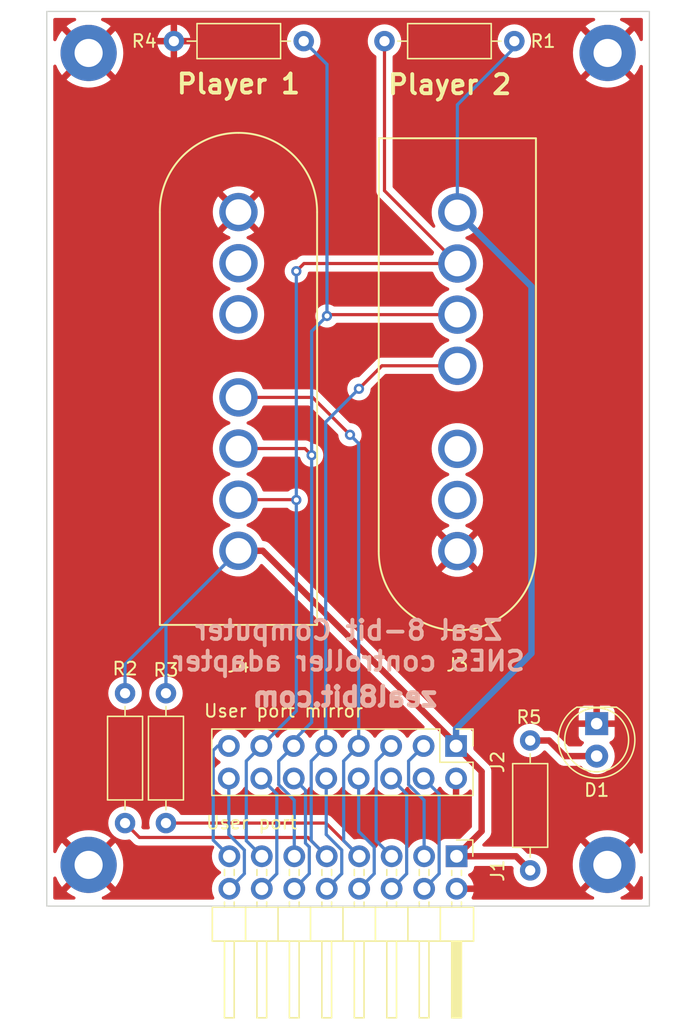
<source format=kicad_pcb>
(kicad_pcb (version 20211014) (generator pcbnew)
  (layers (0 "F.Cu" signal) (31 "B.Cu" signal) (34 "B.Paste" user) (35 "F.Paste" user) (36 "B.SilkS" user "B.Silkscreen") (37 "F.SilkS" user "F.Silkscreen") (38 "B.Mask" user) (39 "F.Mask" user) (44 "Edge.Cuts" user))
  (net 0 "")
  (net 1 "VCC")
  (net 2 "GND")
  (net 3 "/PIN3")
  (net 4 "/PIN4")
  (net 5 "/PIN5")
  (net 6 "/PIN6")
  (net 7 "/DATA_P1")
  (net 8 "/PIN8")
  (net 9 "/DATA_P2")
  (net 10 "/PIN10")
  (net 11 "/LATCH")
  (net 12 "/PIN12")
  (net 13 "/CLOCK")
  (net 14 "/PIN14")
  (net 15 "/PIN15")
  (net 16 "/PIN16")
  (net 21 "Net-(D1-Pad2)")
  (footprint "Resistor_THT:R_Axial_DIN0207_L6.3mm_D2.5mm_P10.16mm_Horizontal" (layer "F.Cu") (at 27.3 77.28 90)
    (fp_text reference "R3" (at 11.98 0 180) (layer "F.SilkS"))
    (fp_text value "10k")
    (fp_line (start 8.35 -1.37) (end 1.81 -1.37) (layer "F.SilkS") (width 0.12))
    (fp_line (start 9.12 0) (end 8.35 0) (layer "F.SilkS") (width 0.12))
    (fp_line (start 1.04 0) (end 1.81 0) (layer "F.SilkS") (width 0.12))
    (fp_line (start 8.35 1.37) (end 8.35 -1.37) (layer "F.SilkS") (width 0.12))
    (fp_line (start 1.81 1.37) (end 8.35 1.37) (layer "F.SilkS") (width 0.12))
    (fp_line (start 1.81 -1.37) (end 1.81 1.37) (layer "F.SilkS") (width 0.12))
    (pad "1" thru_hole circle (at 0 0 90) (size 1.6 1.6) (drill 0.8) (layers *.Cu *.Mask) (net 7 "/DATA_P1"))
    (pad "2" thru_hole oval (at 10.16 0 90) (size 1.6 1.6) (drill 0.8) (layers *.Cu *.Mask) (net 1 "VCC"))
  )
  (footprint "SNES-Library:SNES" (layer "F.Cu") (at 50.1 29.5 -90)
    (fp_text reference "J3" (at 35.4 0) (layer "F.SilkS"))
    (fp_text value "Player 1" hide)
    (fp_line (start -5.8 6.15) (end -5.8 -6.15) (layer "F.SilkS") (width 0.15))
    (fp_line (start -5.8 -6.15) (end 26.5 -6.15) (layer "F.SilkS") (width 0.15))
    (fp_line (start -5.8 6.15) (end 26.5 6.15) (layer "F.SilkS") (width 0.15))
    (fp_arc (start 26.5 -6.15) (mid 30.881137 -4.366492) (end 32.700203 0) (layer "F.SilkS") (width 0.15))
    (fp_arc (start 32.7 0) (mid 30.880994 4.366348) (end 26.500002 6.149797) (layer "F.SilkS") (width 0.15))
    (pad "1" thru_hole circle (at 0 0 270) (size 3 3) (drill 2) (layers *.Cu *.Mask) (net 1 "VCC"))
    (pad "2" thru_hole circle (at 4 0 270) (size 3 3) (drill 2) (layers *.Cu *.Mask) (net 13 "/CLOCK"))
    (pad "3" thru_hole circle (at 8 0 270) (size 3 3) (drill 2) (layers *.Cu *.Mask) (net 11 "/LATCH"))
    (pad "4" thru_hole circle (at 12 0 270) (size 3 3) (drill 2) (layers *.Cu *.Mask) (net 9 "/DATA_P2"))
    (pad "5" thru_hole circle (at 18.5 0 270) (size 3 3) (drill 2) (layers *.Cu *.Mask))
    (pad "6" thru_hole circle (at 22.5 0 270) (size 3 3) (drill 2) (layers *.Cu *.Mask))
    (pad "7" thru_hole circle (at 26.5 0 270) (size 3 3) (drill 2) (layers *.Cu *.Mask) (net 2 "GND"))
  )
  (footprint "MountingHole:MountingHole_2.2mm_M2_Pad" (layer "F.Cu") (at 61.837 80.55)
    (fp_text reference "H3")
    (fp_text value "MountingHole_Pad")
    (pad "1" thru_hole circle (at 0 0) (size 4.4 4.4) (drill 2.2) (layers *.Cu *.Mask) (net 2 "GND"))
  )
  (footprint "Resistor_THT:R_Axial_DIN0207_L6.3mm_D2.5mm_P10.16mm_Horizontal" (layer "F.Cu") (at 24.1 77.28 90)
    (fp_text reference "R2" (at 12.08 0 180) (layer "F.SilkS"))
    (fp_text value "10k")
    (fp_line (start 8.35 1.37) (end 8.35 -1.37) (layer "F.SilkS") (width 0.12))
    (fp_line (start 9.12 0) (end 8.35 0) (layer "F.SilkS") (width 0.12))
    (fp_line (start 1.81 1.37) (end 8.35 1.37) (layer "F.SilkS") (width 0.12))
    (fp_line (start 1.04 0) (end 1.81 0) (layer "F.SilkS") (width 0.12))
    (fp_line (start 8.35 -1.37) (end 1.81 -1.37) (layer "F.SilkS") (width 0.12))
    (fp_line (start 1.81 -1.37) (end 1.81 1.37) (layer "F.SilkS") (width 0.12))
    (pad "1" thru_hole circle (at 0 0 90) (size 1.6 1.6) (drill 0.8) (layers *.Cu *.Mask) (net 9 "/DATA_P2"))
    (pad "2" thru_hole oval (at 10.16 0 90) (size 1.6 1.6) (drill 0.8) (layers *.Cu *.Mask) (net 1 "VCC"))
  )
  (footprint "LED_THT:LED_D5.0mm" (layer "F.Cu") (at 61 69.5 -90)
    (fp_text reference "D1" (at 5.2 0 180) (layer "F.SilkS"))
    (fp_text value "LED")
    (fp_line (start -1.29 -1.545) (end -1.29 1.545) (layer "F.SilkS") (width 0.12))
    (fp_arc (start -1.29 -1.54483) (mid 2.072002 -2.880433) (end 4.26 0.000462) (layer "F.SilkS") (width 0.12))
    (fp_arc (start 4.26 -0.000462) (mid 2.072002 2.880433) (end -1.29 1.54483) (layer "F.SilkS") (width 0.12))
    (fp_circle (center 1.27 0) (end 3.77 0) (layer "F.SilkS") (width 0.12) (fill none))
    (pad "1" thru_hole rect (at 0 0 270) (size 1.8 1.8) (drill 0.9) (layers *.Cu *.Mask) (net 2 "GND"))
    (pad "2" thru_hole circle (at 2.54 0 270) (size 1.8 1.8) (drill 0.9) (layers *.Cu *.Mask) (net 21 "Net-(D1-Pad2)"))
  )
  (footprint "MountingHole:MountingHole_2.2mm_M2_Pad" (layer "F.Cu") (at 21.25 80.55)
    (fp_text reference "H4")
    (fp_text value "MountingHole_Pad")
    (pad "1" thru_hole circle (at 0 0) (size 4.4 4.4) (drill 2.2) (layers *.Cu *.Mask) (net 2 "GND"))
  )
  (footprint "Connector_PinHeader_2.54mm:PinHeader_2x08_P2.54mm_Horizontal" (layer "F.Cu") (at 50.04 79.875 -90)
    (fp_text reference "J1" (at 1.125 -3.21 90) (layer "F.SilkS"))
    (fp_text value "User port" (at -2.625 16.04 180) (layer "F.SilkS"))
    (fp_line (start 12.64 14.86) (end 12.64 15.62) (layer "F.SilkS") (width 0.12))
    (fp_line (start 6.64 7.24) (end 12.64 7.24) (layer "F.SilkS") (width 0.12))
    (fp_line (start 6.64 -0.32) (end 12.64 -0.32) (layer "F.SilkS") (width 0.12))
    (fp_line (start 6.64 -1.33) (end 3.98 -1.33) (layer "F.SilkS") (width 0.12))
    (fp_line (start 12.64 5.46) (end 6.64 5.46) (layer "F.SilkS") (width 0.12))
    (fp_line (start 3.582929 18.16) (end 3.98 18.16) (layer "F.SilkS") (width 0.12))
    (fp_line (start 6.64 -0.08) (end 12.64 -0.08) (layer "F.SilkS") (width 0.12))
    (fp_line (start 3.582929 14.86) (end 3.98 14.86) (layer "F.SilkS") (width 0.12))
    (fp_line (start 3.582929 2.16) (end 3.98 2.16) (layer "F.SilkS") (width 0.12))
    (fp_line (start 6.64 0.16) (end 12.64 0.16) (layer "F.SilkS") (width 0.12))
    (fp_line (start 12.64 13.08) (end 6.64 13.08) (layer "F.SilkS") (width 0.12))
    (fp_line (start 12.64 10.54) (end 6.64 10.54) (layer "F.SilkS") (width 0.12))
    (fp_line (start 1.042929 4.7) (end 1.497071 4.7) (layer "F.SilkS") (width 0.12))
    (fp_line (start 3.582929 4.7) (end 3.98 4.7) (layer "F.SilkS") (width 0.12))
    (fp_line (start 1.042929 15.62) (end 1.497071 15.62) (layer "F.SilkS") (width 0.12))
    (fp_line (start 3.582929 -0.38) (end 3.98 -0.38) (layer "F.SilkS") (width 0.12))
    (fp_line (start 3.582929 0.38) (end 3.98 0.38) (layer "F.SilkS") (width 0.12))
    (fp_line (start 1.042929 8) (end 1.497071 8) (layer "F.SilkS") (width 0.12))
    (fp_line (start 6.64 0.28) (end 12.64 0.28) (layer "F.SilkS") (width 0.12))
    (fp_line (start 12.64 7.24) (end 12.64 8) (layer "F.SilkS") (width 0.12))
    (fp_line (start 3.582929 5.46) (end 3.98 5.46) (layer "F.SilkS") (width 0.12))
    (fp_line (start 6.64 -0.38) (end 12.64 -0.38) (layer "F.SilkS") (width 0.12))
    (fp_line (start 3.582929 9.78) (end 3.98 9.78) (layer "F.SilkS") (width 0.12))
    (fp_line (start 12.64 -0.38) (end 12.64 0.38) (layer "F.SilkS") (width 0.12))
    (fp_line (start 3.98 19.11) (end 6.64 19.11) (layer "F.SilkS") (width 0.12))
    (fp_line (start 3.582929 7.24) (end 3.98 7.24) (layer "F.SilkS") (width 0.12))
    (fp_line (start 6.64 4.7) (end 12.64 4.7) (layer "F.SilkS") (width 0.12))
    (fp_line (start 6.64 14.86) (end 12.64 14.86) (layer "F.SilkS") (width 0.12))
    (fp_line (start 1.042929 17.4) (end 1.497071 17.4) (layer "F.SilkS") (width 0.12))
    (fp_line (start 1.042929 7.24) (end 1.497071 7.24) (layer "F.SilkS") (width 0.12))
    (fp_line (start -1.27 0) (end -1.27 -1.27) (layer "F.SilkS") (width 0.12))
    (fp_line (start 3.582929 17.4) (end 3.98 17.4) (layer "F.SilkS") (width 0.12))
    (fp_line (start 12.64 8) (end 6.64 8) (layer "F.SilkS") (width 0.12))
    (fp_line (start 3.582929 8) (end 3.98 8) (layer "F.SilkS") (width 0.12))
    (fp_line (start 6.64 17.4) (end 12.64 17.4) (layer "F.SilkS") (width 0.12))
    (fp_line (start 12.64 0.38) (end 6.64 0.38) (layer "F.SilkS") (width 0.12))
    (fp_line (start 3.98 6.35) (end 6.64 6.35) (layer "F.SilkS") (width 0.12))
    (fp_line (start 1.042929 18.16) (end 1.497071 18.16) (layer "F.SilkS") (width 0.12))
    (fp_line (start 1.11 -0.38) (end 1.497071 -0.38) (layer "F.SilkS") (width 0.12))
    (fp_line (start 3.98 3.81) (end 6.64 3.81) (layer "F.SilkS") (width 0.12))
    (fp_line (start 1.042929 14.86) (end 1.497071 14.86) (layer "F.SilkS") (width 0.12))
    (fp_line (start 6.64 9.78) (end 12.64 9.78) (layer "F.SilkS") (width 0.12))
    (fp_line (start 12.64 2.92) (end 6.64 2.92) (layer "F.SilkS") (width 0.12))
    (fp_line (start 12.64 9.78) (end 12.64 10.54) (layer "F.SilkS") (width 0.12))
    (fp_line (start 1.042929 12.32) (end 1.497071 12.32) (layer "F.SilkS") (width 0.12))
    (fp_line (start 12.64 18.16) (end 6.64 18.16) (layer "F.SilkS") (width 0.12))
    (fp_line (start 3.582929 15.62) (end 3.98 15.62) (layer "F.SilkS") (width 0.12))
    (fp_line (start 1.042929 13.08) (end 1.497071 13.08) (layer "F.SilkS") (width 0.12))
    (fp_line (start 3.582929 2.92) (end 3.98 2.92) (layer "F.SilkS") (width 0.12))
    (fp_line (start 6.64 2.16) (end 12.64 2.16) (layer "F.SilkS") (width 0.12))
    (fp_line (start 3.98 11.43) (end 6.64 11.43) (layer "F.SilkS") (width 0.12))
    (fp_line (start 1.11 0.38) (end 1.497071 0.38) (layer "F.SilkS") (width 0.12))
    (fp_line (start 3.98 8.89) (end 6.64 8.89) (layer "F.SilkS") (width 0.12))
    (fp_line (start 3.582929 13.08) (end 3.98 13.08) (layer "F.SilkS") (width 0.12))
    (fp_line (start 3.98 1.27) (end 6.64 1.27) (layer "F.SilkS") (width 0.12))
    (fp_line (start 6.64 -0.2) (end 12.64 -0.2) (layer "F.SilkS") (width 0.12))
    (fp_line (start 3.98 13.97) (end 6.64 13.97) (layer "F.SilkS") (width 0.12))
    (fp_line (start 12.64 12.32) (end 12.64 13.08) (layer "F.SilkS") (width 0.12))
    (fp_line (start 6.64 12.32) (end 12.64 12.32) (layer "F.SilkS") (width 0.12))
    (fp_line (start 12.64 4.7) (end 12.64 5.46) (layer "F.SilkS") (width 0.12))
    (fp_line (start 3.98 -1.33) (end 3.98 19.11) (layer "F.SilkS") (width 0.12))
    (fp_line (start 6.64 19.11) (end 6.64 -1.33) (layer "F.SilkS") (width 0.12))
    (fp_line (start 1.042929 2.16) (end 1.497071 2.16) (layer "F.SilkS") (width 0.12))
    (fp_line (start 12.64 2.16) (end 12.64 2.92) (layer "F.SilkS") (width 0.12))
    (fp_line (start 1.042929 10.54) (end 1.497071 10.54) (layer "F.SilkS") (width 0.12))
    (fp_line (start -1.27 -1.27) (end 0 -1.27) (layer "F.SilkS") (width 0.12))
    (fp_line (start 3.582929 12.32) (end 3.98 12.32) (layer "F.SilkS") (width 0.12))
    (fp_line (start 6.64 0.04) (end 12.64 0.04) (layer "F.SilkS") (width 0.12))
    (fp_line (start 3.582929 10.54) (end 3.98 10.54) (layer "F.SilkS") (width 0.12))
    (fp_line (start 12.64 15.62) (end 6.64 15.62) (layer "F.SilkS") (width 0.12))
    (fp_line (start 1.042929 2.92) (end 1.497071 2.92) (layer "F.SilkS") (width 0.12))
    (fp_line (start 3.98 16.51) (end 6.64 16.51) (layer "F.SilkS") (width 0.12))
    (fp_line (start 1.042929 9.78) (end 1.497071 9.78) (layer "F.SilkS") (width 0.12))
    (fp_line (start 12.64 17.4) (end 12.64 18.16) (layer "F.SilkS") (width 0.12))
    (fp_line (start 1.042929 5.46) (end 1.497071 5.46) (layer "F.SilkS") (width 0.12))
    (pad "1" thru_hole rect (at 0 0 270) (size 1.7 1.7) (drill 1) (layers *.Cu *.Mask) (net 1 "VCC"))
    (pad "2" thru_hole oval (at 2.54 0 270) (size 1.7 1.7) (drill 1) (layers *.Cu *.Mask) (net 2 "GND"))
    (pad "3" thru_hole oval (at 0 2.54 270) (size 1.7 1.7) (drill 1) (layers *.Cu *.Mask) (net 3 "/PIN3"))
    (pad "4" thru_hole oval (at 2.54 2.54 270) (size 1.7 1.7) (drill 1) (layers *.Cu *.Mask) (net 4 "/PIN4"))
    (pad "5" thru_hole oval (at 0 5.08 270) (size 1.7 1.7) (drill 1) (layers *.Cu *.Mask) (net 5 "/PIN5"))
    (pad "6" thru_hole oval (at 2.54 5.08 270) (size 1.7 1.7) (drill 1) (layers *.Cu *.Mask) (net 6 "/PIN6"))
    (pad "7" thru_hole oval (at 0 7.62 270) (size 1.7 1.7) (drill 1) (layers *.Cu *.Mask) (net 7 "/DATA_P1"))
    (pad "8" thru_hole oval (at 2.54 7.62 270) (size 1.7 1.7) (drill 1) (layers *.Cu *.Mask) (net 8 "/PIN8"))
    (pad "9" thru_hole oval (at 0 10.16 270) (size 1.7 1.7) (drill 1) (layers *.Cu *.Mask) (net 9 "/DATA_P2"))
    (pad "10" thru_hole oval (at 2.54 10.16 270) (size 1.7 1.7) (drill 1) (layers *.Cu *.Mask) (net 10 "/PIN10"))
    (pad "11" thru_hole oval (at 0 12.7 270) (size 1.7 1.7) (drill 1) (layers *.Cu *.Mask) (net 11 "/LATCH"))
    (pad "12" thru_hole oval (at 2.54 12.7 270) (size 1.7 1.7) (drill 1) (layers *.Cu *.Mask) (net 12 "/PIN12"))
    (pad "13" thru_hole oval (at 0 15.24 270) (size 1.7 1.7) (drill 1) (layers *.Cu *.Mask) (net 13 "/CLOCK"))
    (pad "14" thru_hole oval (at 2.54 15.24 270) (size 1.7 1.7) (drill 1) (layers *.Cu *.Mask) (net 14 "/PIN14"))
    (pad "15" thru_hole oval (at 0 17.78 270) (size 1.7 1.7) (drill 1) (layers *.Cu *.Mask) (net 15 "/PIN15"))
    (pad "16" thru_hole oval (at 2.54 17.78 270) (size 1.7 1.7) (drill 1) (layers *.Cu *.Mask) (net 16 "/PIN16"))
  )
  (footprint "Resistor_THT:R_Axial_DIN0207_L6.3mm_D2.5mm_P10.16mm_Horizontal" (layer "F.Cu") (at 55.8 80.98 90)
    (fp_text reference "R5" (at 11.98 -0.1 180) (layer "F.SilkS"))
    (fp_text value "1k")
    (fp_line (start 9.12 0) (end 8.35 0) (layer "F.SilkS") (width 0.12))
    (fp_line (start 1.81 1.37) (end 8.35 1.37) (layer "F.SilkS") (width 0.12))
    (fp_line (start 8.35 1.37) (end 8.35 -1.37) (layer "F.SilkS") (width 0.12))
    (fp_line (start 1.04 0) (end 1.81 0) (layer "F.SilkS") (width 0.12))
    (fp_line (start 8.35 -1.37) (end 1.81 -1.37) (layer "F.SilkS") (width 0.12))
    (fp_line (start 1.81 -1.37) (end 1.81 1.37) (layer "F.SilkS") (width 0.12))
    (pad "1" thru_hole circle (at 0 0 90) (size 1.6 1.6) (drill 0.8) (layers *.Cu *.Mask) (net 1 "VCC"))
    (pad "2" thru_hole oval (at 10.16 0 90) (size 1.6 1.6) (drill 0.8) (layers *.Cu *.Mask) (net 21 "Net-(D1-Pad2)"))
  )
  (footprint "MountingHole:MountingHole_2.2mm_M2_Pad" (layer "F.Cu") (at 21.25 17.025)
    (fp_text reference "H1")
    (fp_text value "MountingHole_Pad")
    (pad "1" thru_hole circle (at 0 0) (size 4.4 4.4) (drill 2.2) (layers *.Cu *.Mask) (net 2 "GND"))
  )
  (footprint "Resistor_THT:R_Axial_DIN0207_L6.3mm_D2.5mm_P10.16mm_Horizontal" (layer "F.Cu") (at 38.08 16.1 180)
    (fp_text reference "R4" (at 12.48 0) (layer "F.SilkS"))
    (fp_text value "10k")
    (fp_line (start 1.81 -1.37) (end 1.81 1.37) (layer "F.SilkS") (width 0.12))
    (fp_line (start 8.35 1.37) (end 8.35 -1.37) (layer "F.SilkS") (width 0.12))
    (fp_line (start 1.81 1.37) (end 8.35 1.37) (layer "F.SilkS") (width 0.12))
    (fp_line (start 9.12 0) (end 8.35 0) (layer "F.SilkS") (width 0.12))
    (fp_line (start 1.04 0) (end 1.81 0) (layer "F.SilkS") (width 0.12))
    (fp_line (start 8.35 -1.37) (end 1.81 -1.37) (layer "F.SilkS") (width 0.12))
    (pad "1" thru_hole circle (at 0 0 180) (size 1.6 1.6) (drill 0.8) (layers *.Cu *.Mask) (net 11 "/LATCH"))
    (pad "2" thru_hole oval (at 10.16 0 180) (size 1.6 1.6) (drill 0.8) (layers *.Cu *.Mask) (net 2 "GND"))
  )
  (footprint "Connector_PinHeader_2.54mm:PinHeader_2x08_P2.54mm_Vertical" (layer "F.Cu") (at 50 71.25 -90)
    (fp_text reference "J2" (at 1.25 -3.25 90) (layer "F.SilkS"))
    (fp_text value "User port mirror" (at -2.75 13.5 180) (layer "F.SilkS"))
    (fp_line (start -1.33 1.27) (end 1.27 1.27) (layer "F.SilkS") (width 0.12))
    (fp_line (start 1.27 1.27) (end 1.27 -1.33) (layer "F.SilkS") (width 0.12))
    (fp_line (start -1.33 19.11) (end 3.87 19.11) (layer "F.SilkS") (width 0.12))
    (fp_line (start -1.33 1.27) (end -1.33 19.11) (layer "F.SilkS") (width 0.12))
    (fp_line (start -1.33 0) (end -1.33 -1.33) (layer "F.SilkS") (width 0.12))
    (fp_line (start 3.87 -1.33) (end 3.87 19.11) (layer "F.SilkS") (width 0.12))
    (fp_line (start -1.33 -1.33) (end 0 -1.33) (layer "F.SilkS") (width 0.12))
    (fp_line (start 1.27 -1.33) (end 3.87 -1.33) (layer "F.SilkS") (width 0.12))
    (pad "1" thru_hole rect (at 0 0 270) (size 1.7 1.7) (drill 1) (layers *.Cu *.Mask) (net 1 "VCC"))
    (pad "2" thru_hole oval (at 2.54 0 270) (size 1.7 1.7) (drill 1) (layers *.Cu *.Mask) (net 2 "GND"))
    (pad "3" thru_hole oval (at 0 2.54 270) (size 1.7 1.7) (drill 1) (layers *.Cu *.Mask) (net 3 "/PIN3"))
    (pad "4" thru_hole oval (at 2.54 2.54 270) (size 1.7 1.7) (drill 1) (layers *.Cu *.Mask) (net 4 "/PIN4"))
    (pad "5" thru_hole oval (at 0 5.08 270) (size 1.7 1.7) (drill 1) (layers *.Cu *.Mask) (net 5 "/PIN5"))
    (pad "6" thru_hole oval (at 2.54 5.08 270) (size 1.7 1.7) (drill 1) (layers *.Cu *.Mask) (net 6 "/PIN6"))
    (pad "7" thru_hole oval (at 0 7.62 270) (size 1.7 1.7) (drill 1) (layers *.Cu *.Mask) (net 7 "/DATA_P1"))
    (pad "8" thru_hole oval (at 2.54 7.62 270) (size 1.7 1.7) (drill 1) (layers *.Cu *.Mask) (net 8 "/PIN8"))
    (pad "9" thru_hole oval (at 0 10.16 270) (size 1.7 1.7) (drill 1) (layers *.Cu *.Mask) (net 9 "/DATA_P2"))
    (pad "10" thru_hole oval (at 2.54 10.16 270) (size 1.7 1.7) (drill 1) (layers *.Cu *.Mask) (net 10 "/PIN10"))
    (pad "11" thru_hole oval (at 0 12.7 270) (size 1.7 1.7) (drill 1) (layers *.Cu *.Mask) (net 11 "/LATCH"))
    (pad "12" thru_hole oval (at 2.54 12.7 270) (size 1.7 1.7) (drill 1) (layers *.Cu *.Mask) (net 12 "/PIN12"))
    (pad "13" thru_hole oval (at 0 15.24 270) (size 1.7 1.7) (drill 1) (layers *.Cu *.Mask) (net 13 "/CLOCK"))
    (pad "14" thru_hole oval (at 2.54 15.24 270) (size 1.7 1.7) (drill 1) (layers *.Cu *.Mask) (net 14 "/PIN14"))
    (pad "15" thru_hole oval (at 0 17.78 270) (size 1.7 1.7) (drill 1) (layers *.Cu *.Mask) (net 15 "/PIN15"))
    (pad "16" thru_hole oval (at 2.54 17.78 270) (size 1.7 1.7) (drill 1) (layers *.Cu *.Mask) (net 16 "/PIN16"))
  )
  (footprint "SNES-Library:SNES" (layer "F.Cu") (at 32.975 55.975 90)
    (fp_text reference "J4" (at -9 0) (layer "F.SilkS"))
    (fp_text value "Player 2" hide)
    (fp_line (start -5.8 -6.15) (end 26.5 -6.15) (layer "F.SilkS") (width 0.15))
    (fp_line (start -5.8 6.15) (end -5.8 -6.15) (layer "F.SilkS") (width 0.15))
    (fp_line (start -5.8 6.15) (end 26.5 6.15) (layer "F.SilkS") (width 0.15))
    (fp_arc (start 26.5 -6.15) (mid 30.881137 -4.366492) (end 32.700203 0) (layer "F.SilkS") (width 0.15))
    (fp_arc (start 32.7 0) (mid 30.880994 4.366348) (end 26.500002 6.149797) (layer "F.SilkS") (width 0.15))
    (pad "1" thru_hole circle (at 0 0 90) (size 3 3) (drill 2) (layers *.Cu *.Mask) (net 1 "VCC"))
    (pad "2" thru_hole circle (at 4 0 90) (size 3 3) (drill 2) (layers *.Cu *.Mask) (net 13 "/CLOCK"))
    (pad "3" thru_hole circle (at 8 0 90) (size 3 3) (drill 2) (layers *.Cu *.Mask) (net 11 "/LATCH"))
    (pad "4" thru_hole circle (at 12 0 90) (size 3 3) (drill 2) (layers *.Cu *.Mask) (net 7 "/DATA_P1"))
    (pad "5" thru_hole circle (at 18.5 0 90) (size 3 3) (drill 2) (layers *.Cu *.Mask))
    (pad "6" thru_hole circle (at 22.5 0 90) (size 3 3) (drill 2) (layers *.Cu *.Mask))
    (pad "7" thru_hole circle (at 26.5 0 90) (size 3 3) (drill 2) (layers *.Cu *.Mask) (net 2 "GND"))
  )
  (footprint "Resistor_THT:R_Axial_DIN0207_L6.3mm_D2.5mm_P10.16mm_Horizontal" (layer "F.Cu") (at 44.4 16.1)
    (fp_text reference "R1" (at 12.4 0 180) (layer "F.SilkS"))
    (fp_text value "10k")
    (fp_line (start 1.81 1.37) (end 8.35 1.37) (layer "F.SilkS") (width 0.12))
    (fp_line (start 8.35 1.37) (end 8.35 -1.37) (layer "F.SilkS") (width 0.12))
    (fp_line (start 1.04 0) (end 1.81 0) (layer "F.SilkS") (width 0.12))
    (fp_line (start 1.81 -1.37) (end 1.81 1.37) (layer "F.SilkS") (width 0.12))
    (fp_line (start 8.35 -1.37) (end 1.81 -1.37) (layer "F.SilkS") (width 0.12))
    (fp_line (start 9.12 0) (end 8.35 0) (layer "F.SilkS") (width 0.12))
    (pad "1" thru_hole circle (at 0 0) (size 1.6 1.6) (drill 0.8) (layers *.Cu *.Mask) (net 13 "/CLOCK"))
    (pad "2" thru_hole oval (at 10.16 0) (size 1.6 1.6) (drill 0.8) (layers *.Cu *.Mask) (net 1 "VCC"))
  )
  (footprint "MountingHole:MountingHole_2.2mm_M2_Pad" (layer "F.Cu") (at 61.856 17.025)
    (fp_text reference "H2")
    (fp_text value "MountingHole_Pad")
    (pad "1" thru_hole circle (at 0 0) (size 4.4 4.4) (drill 2.2) (layers *.Cu *.Mask) (net 2 "GND"))
  )
  (gr_rect (start 17.975 13.775) (end 65.125 83.775) (layer "Edge.Cuts") (width 0.1) (fill none))
  (gr_text "Zeal 8-bit Computer\nSNES controller adapter" (at 41.6 63.4) (layer "B.SilkS") (effects (font (size 1.5 1.5) (thickness 0.3)) (justify mirror)))
  (gr_text "zeal8bit.com" (at 41.3 67.4) (layer "B.SilkS") (effects (font (size 1.5 1.5) (thickness 0.375)) (justify mirror)))
  (gr_text "Player 2\n" (at 49.5 19.5) (layer "F.SilkS") (effects (font (size 1.5 1.5) (thickness 0.3))))
  (gr_text "Player 1\n" (at 32.975 19.45) (layer "F.SilkS") (effects (font (size 1.5 1.5) (thickness 0.3))))
  (segment (start 50 71.1) (end 34.875 55.975) (width 0.5) (layer "F.Cu") (net 1))
  (segment (start 52 77.915) (end 50.04 79.875) (width 0.5) (layer "F.Cu") (net 1))
  (segment (start 34.875 55.975) (end 32.975 55.975) (width 0.5) (layer "F.Cu") (net 1))
  (segment (start 52 73.25) (end 52 77.915) (width 0.5) (layer "F.Cu") (net 1))
  (segment (start 50.04 79.875) (end 54.695 79.875) (width 0.5) (layer "F.Cu") (net 1))
  (segment (start 50 71.25) (end 50 71.1) (width 0.5) (layer "F.Cu") (net 1))
  (segment (start 50 71.25) (end 52 73.25) (width 0.5) (layer "F.Cu") (net 1))
  (segment (start 54.695 79.875) (end 55.8 80.98) (width 0.5) (layer "F.Cu") (net 1))
  (segment (start 50.1 21.08) (end 55.08 16.1) (width 0.25) (layer "B.Cu") (net 1))
  (segment (start 24.1 67.12) (end 24.1 64.85) (width 0.25) (layer "B.Cu") (net 1))
  (segment (start 55.9 64) (end 55.9 35.3) (width 0.5) (layer "B.Cu") (net 1))
  (segment (start 55.9 35.3) (end 50.1 29.5) (width 0.5) (layer "B.Cu") (net 1))
  (segment (start 24.1 64.85) (end 32.975 55.975) (width 0.25) (layer "B.Cu") (net 1))
  (segment (start 50 71.25) (end 50 69.9) (width 0.5) (layer "B.Cu") (net 1))
  (segment (start 50.1 29.5) (end 50.1 21.08) (width 0.25) (layer "B.Cu") (net 1))
  (segment (start 27.3 67.12) (end 27.3 61.65) (width 0.25) (layer "B.Cu") (net 1))
  (segment (start 50 69.9) (end 55.9 64) (width 0.5) (layer "B.Cu") (net 1))
  (segment (start 27.3 61.65) (end 32.975 55.975) (width 0.25) (layer "B.Cu") (net 1))
  (segment (start 46.285 72.425) (end 47.46 71.25) (width 0.25) (layer "B.Cu") (net 3))
  (segment (start 47.5 79.875) (end 47.5 75.491701) (width 0.25) (layer "B.Cu") (net 3))
  (segment (start 47.5 75.491701) (end 46.285 74.276701) (width 0.25) (layer "B.Cu") (net 3))
  (segment (start 46.285 74.276701) (end 46.285 72.425) (width 0.25) (layer "B.Cu") (net 3))
  (segment (start 48.675 81.24) (end 47.5 82.415) (width 0.25) (layer "B.Cu") (net 4))
  (segment (start 47.46 73.79) (end 48.675 75.005) (width 0.25) (layer "B.Cu") (net 4))
  (segment (start 48.675 75.005) (end 48.675 81.24) (width 0.25) (layer "B.Cu") (net 4))
  (segment (start 44.92 71.25) (end 43.745 72.425) (width 0.25) (layer "B.Cu") (net 5))
  (segment (start 43.745 72.425) (end 43.745 78.66) (width 0.25) (layer "B.Cu") (net 5))
  (segment (start 43.745 78.66) (end 44.96 79.875) (width 0.25) (layer "B.Cu") (net 5))
  (segment (start 46.135 81.24) (end 44.96 82.415) (width 0.25) (layer "B.Cu") (net 6))
  (segment (start 44.92 73.79) (end 46.135 75.005) (width 0.25) (layer "B.Cu") (net 6))
  (segment (start 46.135 75.005) (end 46.135 81.24) (width 0.25) (layer "B.Cu") (net 6))
  (segment (start 32.975 43.975) (end 38.775 43.975) (width 0.25) (layer "F.Cu") (net 7))
  (segment (start 42.42 79.875) (end 39.825 77.28) (width 0.25) (layer "F.Cu") (net 7))
  (segment (start 39.825 77.28) (end 27.3 77.28) (width 0.25) (layer "F.Cu") (net 7))
  (segment (start 38.775 43.975) (end 41.7 46.9) (width 0.25) (layer "F.Cu") (net 7))
  (via (at 41.7 46.9) (size 0.8) (drill 0.4) (layers "F.Cu" "B.Cu") (net 7))
  (segment (start 41.205 72.425) (end 41.205 78.66) (width 0.25) (layer "B.Cu") (net 7))
  (segment (start 41.205 78.66) (end 42.42 79.875) (width 0.25) (layer "B.Cu") (net 7))
  (segment (start 41.7 46.9) (end 42.38 47.58) (width 0.25) (layer "B.Cu") (net 7))
  (segment (start 42.38 71.25) (end 41.205 72.425) (width 0.25) (layer "B.Cu") (net 7))
  (segment (start 42.38 47.58) (end 42.38 71.25) (width 0.25) (layer "B.Cu") (net 7))
  (segment (start 43.595 81.24) (end 43.595 79.14569) (width 0.25) (layer "B.Cu") (net 8))
  (segment (start 42.38 77.93069) (end 42.38 73.79) (width 0.25) (layer "B.Cu") (net 8))
  (segment (start 42.42 82.415) (end 43.595 81.24) (width 0.25) (layer "B.Cu") (net 8))
  (segment (start 43.595 79.14569) (end 42.38 77.93069) (width 0.25) (layer "B.Cu") (net 8))
  (segment (start 38.41 78.405) (end 39.88 79.875) (width 0.25) (layer "F.Cu") (net 9))
  (segment (start 44.200002 41.5) (end 42.400002 43.3) (width 0.25) (layer "F.Cu") (net 9))
  (segment (start 50.1 41.5) (end 44.200002 41.5) (width 0.25) (layer "F.Cu") (net 9))
  (segment (start 24.1 77.28) (end 25.225 78.405) (width 0.25) (layer "F.Cu") (net 9))
  (segment (start 25.225 78.405) (end 38.41 78.405) (width 0.25) (layer "F.Cu") (net 9))
  (via (at 42.400002 43.3) (size 0.8) (drill 0.4) (layers "F.Cu" "B.Cu") (net 9))
  (segment (start 38.665 78.66) (end 39.88 79.875) (width 0.25) (layer "B.Cu") (net 9))
  (segment (start 39.8 45.900002) (end 42.400002 43.3) (width 0.25) (layer "B.Cu") (net 9))
  (segment (start 39.8 71.2) (end 39.8 45.900002) (width 0.25) (layer "B.Cu") (net 9))
  (segment (start 38.665 72.425) (end 38.665 78.66) (width 0.25) (layer "B.Cu") (net 9))
  (segment (start 39.84 71.25) (end 38.665 72.425) (width 0.25) (layer "B.Cu") (net 9))
  (segment (start 39.84 78.173299) (end 41.055 79.388299) (width 0.25) (layer "B.Cu") (net 10))
  (segment (start 41.055 81.24) (end 39.88 82.415) (width 0.25) (layer "B.Cu") (net 10))
  (segment (start 41.055 79.388299) (end 41.055 81.24) (width 0.25) (layer "B.Cu") (net 10))
  (segment (start 39.84 73.79) (end 39.84 78.173299) (width 0.25) (layer "B.Cu") (net 10))
  (segment (start 38.175 47.975) (end 38.7 48.5) (width 0.25) (layer "F.Cu") (net 11))
  (segment (start 32.975 47.975) (end 38.175 47.975) (width 0.25) (layer "F.Cu") (net 11))
  (segment (start 40 37.5) (end 50.1 37.5) (width 0.25) (layer "F.Cu") (net 11))
  (via (at 38.7 48.5) (size 0.8) (drill 0.4) (layers "F.Cu" "B.Cu") (net 11))
  (via (at 39.9 37.6) (size 0.8) (drill 0.4) (layers "F.Cu" "B.Cu") (net 11))
  (segment (start 39.9 37.6) (end 39.9 17.92) (width 0.25) (layer "B.Cu") (net 11))
  (segment (start 38.7 48.5) (end 38.7 69.4) (width 0.25) (layer "B.Cu") (net 11))
  (segment (start 38.7 69.4) (end 37.3 70.8) (width 0.25) (layer "B.Cu") (net 11))
  (segment (start 36.125 72.425) (end 37.3 71.25) (width 0.25) (layer "B.Cu") (net 11))
  (segment (start 36.125 74.276701) (end 36.125 72.425) (width 0.25) (layer "B.Cu") (net 11))
  (segment (start 39.9 17.92) (end 38.08 16.1) (width 0.25) (layer "B.Cu") (net 11))
  (segment (start 38.7 48.5) (end 38.7 38.8) (width 0.25) (layer "B.Cu") (net 11))
  (segment (start 38.7 38.8) (end 39.9 37.6) (width 0.25) (layer "B.Cu") (net 11))
  (segment (start 37.34 79.875) (end 37.34 75.491701) (width 0.25) (layer "B.Cu") (net 11))
  (segment (start 37.3 70.8) (end 37.3 71.25) (width 0.25) (layer "B.Cu") (net 11))
  (segment (start 37.34 75.491701) (end 36.125 74.276701) (width 0.25) (layer "B.Cu") (net 11))
  (segment (start 38.515 81.24) (end 37.34 82.415) (width 0.25) (layer "B.Cu") (net 12))
  (segment (start 38.515 79.14569) (end 38.515 81.24) (width 0.25) (layer "B.Cu") (net 12))
  (segment (start 37.3 73.79) (end 38.215499 74.705499) (width 0.25) (layer "B.Cu") (net 12))
  (segment (start 38.215499 74.705499) (end 38.215499 78.846189) (width 0.25) (layer "B.Cu") (net 12))
  (segment (start 38.215499 78.846189) (end 38.515 79.14569) (width 0.25) (layer "B.Cu") (net 12))
  (segment (start 44.4 27.8) (end 50.1 33.5) (width 0.25) (layer "F.Cu") (net 13))
  (segment (start 50.1 33.5) (end 38.1 33.5) (width 0.25) (layer "F.Cu") (net 13))
  (segment (start 32.975 51.975) (end 37.475 51.975) (width 0.25) (layer "F.Cu") (net 13))
  (segment (start 44.4 16.1) (end 44.4 27.8) (width 0.25) (layer "F.Cu") (net 13))
  (segment (start 37.475 51.975) (end 37.5 52) (width 0.25) (layer "F.Cu") (net 13))
  (segment (start 38.1 33.5) (end 37.5 34.1) (width 0.25) (layer "F.Cu") (net 13))
  (via (at 37.5 34.1) (size 0.8) (drill 0.4) (layers "F.Cu" "B.Cu") (net 13))
  (via (at 37.5 52) (size 0.8) (drill 0.4) (layers "F.Cu" "B.Cu") (net 13))
  (segment (start 33.585 72.425) (end 33.585 78.66) (width 0.25) (layer "B.Cu") (net 13))
  (segment (start 34.76 71.25) (end 37.5 68.51) (width 0.25) (layer "B.Cu") (net 13))
  (segment (start 33.585 78.66) (end 34.8 79.875) (width 0.25) (layer "B.Cu") (net 13))
  (segment (start 37.5 52) (end 37.5 34.1) (width 0.25) (layer "B.Cu") (net 13))
  (segment (start 37.5 68.51) (end 37.5 52) (width 0.25) (layer "B.Cu") (net 13))
  (segment (start 34.76 71.25) (end 33.585 72.425) (width 0.25) (layer "B.Cu") (net 13))
  (segment (start 35.975 75.005) (end 35.975 81.24) (width 0.25) (layer "B.Cu") (net 14))
  (segment (start 34.76 73.79) (end 35.975 75.005) (width 0.25) (layer "B.Cu") (net 14))
  (segment (start 35.975 81.24) (end 34.8 82.415) (width 0.25) (layer "B.Cu") (net 14))
  (segment (start 31.35 71.25) (end 31 71.6) (width 0.25) (layer "B.Cu") (net 15))
  (segment (start 32.22 71.25) (end 31.35 71.25) (width 0.25) (layer "B.Cu") (net 15))
  (segment (start 32.26 79.875) (end 31 78.615) (width 0.25) (layer "B.Cu") (net 15))
  (segment (start 31 78.615) (end 31 71.6) (width 0.25) (layer "B.Cu") (net 15))
  (segment (start 32.22 73.79) (end 32.22 78.173299) (width 0.25) (layer "B.Cu") (net 16))
  (segment (start 33.435 81.24) (end 32.26 82.415) (width 0.25) (layer "B.Cu") (net 16))
  (segment (start 32.22 78.173299) (end 33.435 79.388299) (width 0.25) (layer "B.Cu") (net 16))
  (segment (start 33.435 79.388299) (end 33.435 81.24) (width 0.25) (layer "B.Cu") (net 16))
  (segment (start 57.28 70.82) (end 58.5 72.04) (width 0.5) (layer "F.Cu") (net 21))
  (segment (start 58.5 72.04) (end 61 72.04) (width 0.5) (layer "F.Cu") (net 21))
  (segment (start 55.8 70.82) (end 57.28 70.82) (width 0.5) (layer "F.Cu") (net 21))
  (zone (net 2) (net_name "GND") (layer "F.Cu") (connect_pads (clearance 0.508)) (min_thickness 0.254) (fill yes (thermal_gap 0.508) (thermal_bridge_width 0.508))
    (polygon (pts (xy 65.1 83.8) (xy 18 83.8) (xy 18 13.8) (xy 65.1 13.8)))
  )
)
</source>
